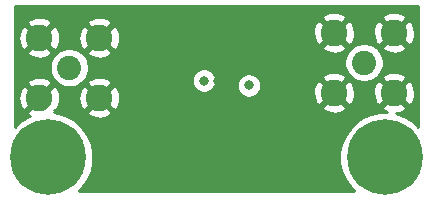
<source format=gbr>
G04 #@! TF.GenerationSoftware,KiCad,Pcbnew,5.1.4+dfsg1-1*
G04 #@! TF.CreationDate,2019-09-19T10:38:50+12:00*
G04 #@! TF.ProjectId,lna,6c6e612e-6b69-4636-9164-5f7063625858,rev?*
G04 #@! TF.SameCoordinates,Original*
G04 #@! TF.FileFunction,Copper,L2,Inr*
G04 #@! TF.FilePolarity,Positive*
%FSLAX46Y46*%
G04 Gerber Fmt 4.6, Leading zero omitted, Abs format (unit mm)*
G04 Created by KiCad (PCBNEW 5.1.4+dfsg1-1) date 2019-09-19 10:38:50*
%MOMM*%
%LPD*%
G04 APERTURE LIST*
%ADD10C,0.800000*%
%ADD11C,6.400000*%
%ADD12C,2.250000*%
%ADD13C,2.050000*%
%ADD14C,0.254000*%
G04 APERTURE END LIST*
D10*
X195697056Y-111802944D03*
X194000000Y-111100000D03*
X192302944Y-111802944D03*
X191600000Y-113500000D03*
X192302944Y-115197056D03*
X194000000Y-115900000D03*
X195697056Y-115197056D03*
X196400000Y-113500000D03*
D11*
X194000000Y-113500000D03*
D10*
X167200000Y-111800000D03*
X165502944Y-111097056D03*
X163805888Y-111800000D03*
X163102944Y-113497056D03*
X163805888Y-115194112D03*
X165502944Y-115897056D03*
X167200000Y-115194112D03*
X167902944Y-113497056D03*
D11*
X165502944Y-113497056D03*
D12*
X194790000Y-102935000D03*
X194790000Y-108015000D03*
X189710000Y-108015000D03*
X189710000Y-102935000D03*
D13*
X192250000Y-105475000D03*
D12*
X169840000Y-103360000D03*
X169840000Y-108440000D03*
X164760000Y-108440000D03*
X164760000Y-103360000D03*
D13*
X167300000Y-105900000D03*
D10*
X178700000Y-107000000D03*
X182500000Y-107400000D03*
X181200000Y-108800000D03*
X179900000Y-107000000D03*
X183900000Y-103800000D03*
X185500000Y-111200000D03*
X182900000Y-103500000D03*
X179900000Y-111600000D03*
X176800000Y-111600000D03*
X176900000Y-103500000D03*
X174300000Y-111600000D03*
X182900000Y-113700000D03*
X176900000Y-113700000D03*
X188025000Y-111200000D03*
X187900000Y-107200000D03*
X187900000Y-103800000D03*
X182900000Y-102400000D03*
X176900000Y-102400000D03*
X174300000Y-110100000D03*
X176900000Y-108800000D03*
X174300000Y-107200000D03*
X179800000Y-108800000D03*
X182700000Y-108800000D03*
X185500000Y-108600000D03*
X182700000Y-111200000D03*
X175700000Y-104500000D03*
X178500000Y-104200000D03*
X181100000Y-104200000D03*
X182300000Y-104200000D03*
X174300000Y-104700000D03*
X176900000Y-107200000D03*
X184200000Y-107200000D03*
X185500000Y-107200000D03*
X185500000Y-103500000D03*
X179499994Y-104699978D03*
X179900000Y-103500000D03*
X174300000Y-103500000D03*
X174300000Y-108600000D03*
X174300000Y-113700000D03*
X179900000Y-113700000D03*
X185500000Y-113700000D03*
X186700000Y-111200000D03*
X182900000Y-115000000D03*
X176900000Y-115000000D03*
X173100000Y-111600000D03*
X185500000Y-110100000D03*
X190275000Y-111200000D03*
X169700000Y-111600000D03*
X171700000Y-104400000D03*
X171700000Y-107200000D03*
X171100000Y-113700000D03*
X169700000Y-113700000D03*
X169700000Y-116000000D03*
X189600000Y-116000000D03*
X171100000Y-111600000D03*
X188000000Y-114025000D03*
X188000000Y-116000000D03*
X171100000Y-116000000D03*
X167400000Y-102500000D03*
X163100000Y-101100000D03*
X171400000Y-101100000D03*
X188200000Y-101100000D03*
X192300000Y-102000000D03*
X196500000Y-101100000D03*
X196500000Y-105500000D03*
X192300000Y-109700000D03*
X167400000Y-109900000D03*
X163100000Y-105900000D03*
X163100000Y-109900000D03*
X196500000Y-109700000D03*
D14*
G36*
X196840001Y-110916492D02*
G01*
X196444670Y-110521161D01*
X195816554Y-110101467D01*
X195118628Y-109812377D01*
X194920583Y-109772983D01*
X195191380Y-109737366D01*
X195519685Y-109625966D01*
X195724079Y-109516714D01*
X195834926Y-109239531D01*
X194790000Y-108194605D01*
X193745074Y-109239531D01*
X193855921Y-109516714D01*
X194156524Y-109665000D01*
X193622285Y-109665000D01*
X192881372Y-109812377D01*
X192183446Y-110101467D01*
X191555330Y-110521161D01*
X191021161Y-111055330D01*
X190601467Y-111683446D01*
X190312377Y-112381372D01*
X190165000Y-113122285D01*
X190165000Y-113877715D01*
X190312377Y-114618628D01*
X190601467Y-115316554D01*
X191021161Y-115944670D01*
X191416491Y-116340000D01*
X168083509Y-116340000D01*
X168481783Y-115941726D01*
X168901477Y-115313610D01*
X169190567Y-114615684D01*
X169337944Y-113874771D01*
X169337944Y-113119341D01*
X169190567Y-112378428D01*
X168901477Y-111680502D01*
X168481783Y-111052386D01*
X167947614Y-110518217D01*
X167319498Y-110098523D01*
X166621572Y-109809433D01*
X166012007Y-109688183D01*
X166035659Y-109664531D01*
X168795074Y-109664531D01*
X168905921Y-109941714D01*
X169216840Y-110095089D01*
X169551705Y-110184860D01*
X169897650Y-110207576D01*
X170241380Y-110162366D01*
X170569685Y-110050966D01*
X170774079Y-109941714D01*
X170884926Y-109664531D01*
X169840000Y-108619605D01*
X168795074Y-109664531D01*
X166035659Y-109664531D01*
X166099899Y-109600291D01*
X165984533Y-109484925D01*
X166261714Y-109374079D01*
X166415089Y-109063160D01*
X166504860Y-108728295D01*
X166520004Y-108497650D01*
X168072424Y-108497650D01*
X168117634Y-108841380D01*
X168229034Y-109169685D01*
X168338286Y-109374079D01*
X168615469Y-109484926D01*
X169660395Y-108440000D01*
X170019605Y-108440000D01*
X171064531Y-109484926D01*
X171341714Y-109374079D01*
X171408085Y-109239531D01*
X188665074Y-109239531D01*
X188775921Y-109516714D01*
X189086840Y-109670089D01*
X189421705Y-109759860D01*
X189767650Y-109782576D01*
X190111380Y-109737366D01*
X190439685Y-109625966D01*
X190644079Y-109516714D01*
X190754926Y-109239531D01*
X189710000Y-108194605D01*
X188665074Y-109239531D01*
X171408085Y-109239531D01*
X171495089Y-109063160D01*
X171584860Y-108728295D01*
X171607576Y-108382350D01*
X171562366Y-108038620D01*
X171450966Y-107710315D01*
X171341714Y-107505921D01*
X171064531Y-107395074D01*
X170019605Y-108440000D01*
X169660395Y-108440000D01*
X168615469Y-107395074D01*
X168338286Y-107505921D01*
X168184911Y-107816840D01*
X168095140Y-108151705D01*
X168072424Y-108497650D01*
X166520004Y-108497650D01*
X166527576Y-108382350D01*
X166482366Y-108038620D01*
X166370966Y-107710315D01*
X166261714Y-107505921D01*
X165984531Y-107395074D01*
X164939605Y-108440000D01*
X164953748Y-108454143D01*
X164774143Y-108633748D01*
X164760000Y-108619605D01*
X163715074Y-109664531D01*
X163825921Y-109941714D01*
X163935026Y-109995535D01*
X163686390Y-110098523D01*
X163058274Y-110518217D01*
X162660000Y-110916491D01*
X162660000Y-108497650D01*
X162992424Y-108497650D01*
X163037634Y-108841380D01*
X163149034Y-109169685D01*
X163258286Y-109374079D01*
X163535469Y-109484926D01*
X164580395Y-108440000D01*
X163535469Y-107395074D01*
X163258286Y-107505921D01*
X163104911Y-107816840D01*
X163015140Y-108151705D01*
X162992424Y-108497650D01*
X162660000Y-108497650D01*
X162660000Y-107215469D01*
X163715074Y-107215469D01*
X164760000Y-108260395D01*
X165804926Y-107215469D01*
X165694079Y-106938286D01*
X165383160Y-106784911D01*
X165048295Y-106695140D01*
X164702350Y-106672424D01*
X164358620Y-106717634D01*
X164030315Y-106829034D01*
X163825921Y-106938286D01*
X163715074Y-107215469D01*
X162660000Y-107215469D01*
X162660000Y-105736504D01*
X165640000Y-105736504D01*
X165640000Y-106063496D01*
X165703793Y-106384204D01*
X165828927Y-106686305D01*
X166010594Y-106958188D01*
X166241812Y-107189406D01*
X166513695Y-107371073D01*
X166815796Y-107496207D01*
X167136504Y-107560000D01*
X167463496Y-107560000D01*
X167784204Y-107496207D01*
X168086305Y-107371073D01*
X168319182Y-107215469D01*
X168795074Y-107215469D01*
X169840000Y-108260395D01*
X170884926Y-107215469D01*
X170774079Y-106938286D01*
X170692536Y-106898061D01*
X177665000Y-106898061D01*
X177665000Y-107101939D01*
X177704774Y-107301898D01*
X177782795Y-107490256D01*
X177896063Y-107659774D01*
X178040226Y-107803937D01*
X178209744Y-107917205D01*
X178398102Y-107995226D01*
X178598061Y-108035000D01*
X178801939Y-108035000D01*
X179001898Y-107995226D01*
X179190256Y-107917205D01*
X179359774Y-107803937D01*
X179503937Y-107659774D01*
X179617205Y-107490256D01*
X179695226Y-107301898D01*
X179695989Y-107298061D01*
X181465000Y-107298061D01*
X181465000Y-107501939D01*
X181504774Y-107701898D01*
X181582795Y-107890256D01*
X181696063Y-108059774D01*
X181840226Y-108203937D01*
X182009744Y-108317205D01*
X182198102Y-108395226D01*
X182398061Y-108435000D01*
X182601939Y-108435000D01*
X182801898Y-108395226D01*
X182990256Y-108317205D01*
X183159774Y-108203937D01*
X183291061Y-108072650D01*
X187942424Y-108072650D01*
X187987634Y-108416380D01*
X188099034Y-108744685D01*
X188208286Y-108949079D01*
X188485469Y-109059926D01*
X189530395Y-108015000D01*
X189889605Y-108015000D01*
X190934531Y-109059926D01*
X191211714Y-108949079D01*
X191365089Y-108638160D01*
X191454860Y-108303295D01*
X191470004Y-108072650D01*
X193022424Y-108072650D01*
X193067634Y-108416380D01*
X193179034Y-108744685D01*
X193288286Y-108949079D01*
X193565469Y-109059926D01*
X194610395Y-108015000D01*
X194969605Y-108015000D01*
X196014531Y-109059926D01*
X196291714Y-108949079D01*
X196445089Y-108638160D01*
X196534860Y-108303295D01*
X196557576Y-107957350D01*
X196512366Y-107613620D01*
X196400966Y-107285315D01*
X196291714Y-107080921D01*
X196014531Y-106970074D01*
X194969605Y-108015000D01*
X194610395Y-108015000D01*
X193565469Y-106970074D01*
X193288286Y-107080921D01*
X193134911Y-107391840D01*
X193045140Y-107726705D01*
X193022424Y-108072650D01*
X191470004Y-108072650D01*
X191477576Y-107957350D01*
X191432366Y-107613620D01*
X191320966Y-107285315D01*
X191211714Y-107080921D01*
X190934531Y-106970074D01*
X189889605Y-108015000D01*
X189530395Y-108015000D01*
X188485469Y-106970074D01*
X188208286Y-107080921D01*
X188054911Y-107391840D01*
X187965140Y-107726705D01*
X187942424Y-108072650D01*
X183291061Y-108072650D01*
X183303937Y-108059774D01*
X183417205Y-107890256D01*
X183495226Y-107701898D01*
X183535000Y-107501939D01*
X183535000Y-107298061D01*
X183495226Y-107098102D01*
X183417205Y-106909744D01*
X183337509Y-106790469D01*
X188665074Y-106790469D01*
X189710000Y-107835395D01*
X190754926Y-106790469D01*
X190644079Y-106513286D01*
X190333160Y-106359911D01*
X189998295Y-106270140D01*
X189652350Y-106247424D01*
X189308620Y-106292634D01*
X188980315Y-106404034D01*
X188775921Y-106513286D01*
X188665074Y-106790469D01*
X183337509Y-106790469D01*
X183303937Y-106740226D01*
X183159774Y-106596063D01*
X182990256Y-106482795D01*
X182801898Y-106404774D01*
X182601939Y-106365000D01*
X182398061Y-106365000D01*
X182198102Y-106404774D01*
X182009744Y-106482795D01*
X181840226Y-106596063D01*
X181696063Y-106740226D01*
X181582795Y-106909744D01*
X181504774Y-107098102D01*
X181465000Y-107298061D01*
X179695989Y-107298061D01*
X179735000Y-107101939D01*
X179735000Y-106898061D01*
X179695226Y-106698102D01*
X179617205Y-106509744D01*
X179503937Y-106340226D01*
X179359774Y-106196063D01*
X179190256Y-106082795D01*
X179001898Y-106004774D01*
X178801939Y-105965000D01*
X178598061Y-105965000D01*
X178398102Y-106004774D01*
X178209744Y-106082795D01*
X178040226Y-106196063D01*
X177896063Y-106340226D01*
X177782795Y-106509744D01*
X177704774Y-106698102D01*
X177665000Y-106898061D01*
X170692536Y-106898061D01*
X170463160Y-106784911D01*
X170128295Y-106695140D01*
X169782350Y-106672424D01*
X169438620Y-106717634D01*
X169110315Y-106829034D01*
X168905921Y-106938286D01*
X168795074Y-107215469D01*
X168319182Y-107215469D01*
X168358188Y-107189406D01*
X168589406Y-106958188D01*
X168771073Y-106686305D01*
X168896207Y-106384204D01*
X168960000Y-106063496D01*
X168960000Y-105736504D01*
X168896207Y-105415796D01*
X168853008Y-105311504D01*
X190590000Y-105311504D01*
X190590000Y-105638496D01*
X190653793Y-105959204D01*
X190778927Y-106261305D01*
X190960594Y-106533188D01*
X191191812Y-106764406D01*
X191463695Y-106946073D01*
X191765796Y-107071207D01*
X192086504Y-107135000D01*
X192413496Y-107135000D01*
X192734204Y-107071207D01*
X193036305Y-106946073D01*
X193269182Y-106790469D01*
X193745074Y-106790469D01*
X194790000Y-107835395D01*
X195834926Y-106790469D01*
X195724079Y-106513286D01*
X195413160Y-106359911D01*
X195078295Y-106270140D01*
X194732350Y-106247424D01*
X194388620Y-106292634D01*
X194060315Y-106404034D01*
X193855921Y-106513286D01*
X193745074Y-106790469D01*
X193269182Y-106790469D01*
X193308188Y-106764406D01*
X193539406Y-106533188D01*
X193721073Y-106261305D01*
X193846207Y-105959204D01*
X193910000Y-105638496D01*
X193910000Y-105311504D01*
X193846207Y-104990796D01*
X193721073Y-104688695D01*
X193539406Y-104416812D01*
X193308188Y-104185594D01*
X193269183Y-104159531D01*
X193745074Y-104159531D01*
X193855921Y-104436714D01*
X194166840Y-104590089D01*
X194501705Y-104679860D01*
X194847650Y-104702576D01*
X195191380Y-104657366D01*
X195519685Y-104545966D01*
X195724079Y-104436714D01*
X195834926Y-104159531D01*
X194790000Y-103114605D01*
X193745074Y-104159531D01*
X193269183Y-104159531D01*
X193036305Y-104003927D01*
X192734204Y-103878793D01*
X192413496Y-103815000D01*
X192086504Y-103815000D01*
X191765796Y-103878793D01*
X191463695Y-104003927D01*
X191191812Y-104185594D01*
X190960594Y-104416812D01*
X190778927Y-104688695D01*
X190653793Y-104990796D01*
X190590000Y-105311504D01*
X168853008Y-105311504D01*
X168771073Y-105113695D01*
X168589406Y-104841812D01*
X168358188Y-104610594D01*
X168319183Y-104584531D01*
X168795074Y-104584531D01*
X168905921Y-104861714D01*
X169216840Y-105015089D01*
X169551705Y-105104860D01*
X169897650Y-105127576D01*
X170241380Y-105082366D01*
X170569685Y-104970966D01*
X170774079Y-104861714D01*
X170884926Y-104584531D01*
X169840000Y-103539605D01*
X168795074Y-104584531D01*
X168319183Y-104584531D01*
X168086305Y-104428927D01*
X167784204Y-104303793D01*
X167463496Y-104240000D01*
X167136504Y-104240000D01*
X166815796Y-104303793D01*
X166513695Y-104428927D01*
X166241812Y-104610594D01*
X166010594Y-104841812D01*
X165828927Y-105113695D01*
X165703793Y-105415796D01*
X165640000Y-105736504D01*
X162660000Y-105736504D01*
X162660000Y-104584531D01*
X163715074Y-104584531D01*
X163825921Y-104861714D01*
X164136840Y-105015089D01*
X164471705Y-105104860D01*
X164817650Y-105127576D01*
X165161380Y-105082366D01*
X165489685Y-104970966D01*
X165694079Y-104861714D01*
X165804926Y-104584531D01*
X164760000Y-103539605D01*
X163715074Y-104584531D01*
X162660000Y-104584531D01*
X162660000Y-103417650D01*
X162992424Y-103417650D01*
X163037634Y-103761380D01*
X163149034Y-104089685D01*
X163258286Y-104294079D01*
X163535469Y-104404926D01*
X164580395Y-103360000D01*
X164939605Y-103360000D01*
X165984531Y-104404926D01*
X166261714Y-104294079D01*
X166415089Y-103983160D01*
X166504860Y-103648295D01*
X166520004Y-103417650D01*
X168072424Y-103417650D01*
X168117634Y-103761380D01*
X168229034Y-104089685D01*
X168338286Y-104294079D01*
X168615469Y-104404926D01*
X169660395Y-103360000D01*
X170019605Y-103360000D01*
X171064531Y-104404926D01*
X171341714Y-104294079D01*
X171408085Y-104159531D01*
X188665074Y-104159531D01*
X188775921Y-104436714D01*
X189086840Y-104590089D01*
X189421705Y-104679860D01*
X189767650Y-104702576D01*
X190111380Y-104657366D01*
X190439685Y-104545966D01*
X190644079Y-104436714D01*
X190754926Y-104159531D01*
X189710000Y-103114605D01*
X188665074Y-104159531D01*
X171408085Y-104159531D01*
X171495089Y-103983160D01*
X171584860Y-103648295D01*
X171607576Y-103302350D01*
X171566842Y-102992650D01*
X187942424Y-102992650D01*
X187987634Y-103336380D01*
X188099034Y-103664685D01*
X188208286Y-103869079D01*
X188485469Y-103979926D01*
X189530395Y-102935000D01*
X189889605Y-102935000D01*
X190934531Y-103979926D01*
X191211714Y-103869079D01*
X191365089Y-103558160D01*
X191454860Y-103223295D01*
X191470004Y-102992650D01*
X193022424Y-102992650D01*
X193067634Y-103336380D01*
X193179034Y-103664685D01*
X193288286Y-103869079D01*
X193565469Y-103979926D01*
X194610395Y-102935000D01*
X194969605Y-102935000D01*
X196014531Y-103979926D01*
X196291714Y-103869079D01*
X196445089Y-103558160D01*
X196534860Y-103223295D01*
X196557576Y-102877350D01*
X196512366Y-102533620D01*
X196400966Y-102205315D01*
X196291714Y-102000921D01*
X196014531Y-101890074D01*
X194969605Y-102935000D01*
X194610395Y-102935000D01*
X193565469Y-101890074D01*
X193288286Y-102000921D01*
X193134911Y-102311840D01*
X193045140Y-102646705D01*
X193022424Y-102992650D01*
X191470004Y-102992650D01*
X191477576Y-102877350D01*
X191432366Y-102533620D01*
X191320966Y-102205315D01*
X191211714Y-102000921D01*
X190934531Y-101890074D01*
X189889605Y-102935000D01*
X189530395Y-102935000D01*
X188485469Y-101890074D01*
X188208286Y-102000921D01*
X188054911Y-102311840D01*
X187965140Y-102646705D01*
X187942424Y-102992650D01*
X171566842Y-102992650D01*
X171562366Y-102958620D01*
X171450966Y-102630315D01*
X171341714Y-102425921D01*
X171064531Y-102315074D01*
X170019605Y-103360000D01*
X169660395Y-103360000D01*
X168615469Y-102315074D01*
X168338286Y-102425921D01*
X168184911Y-102736840D01*
X168095140Y-103071705D01*
X168072424Y-103417650D01*
X166520004Y-103417650D01*
X166527576Y-103302350D01*
X166482366Y-102958620D01*
X166370966Y-102630315D01*
X166261714Y-102425921D01*
X165984531Y-102315074D01*
X164939605Y-103360000D01*
X164580395Y-103360000D01*
X163535469Y-102315074D01*
X163258286Y-102425921D01*
X163104911Y-102736840D01*
X163015140Y-103071705D01*
X162992424Y-103417650D01*
X162660000Y-103417650D01*
X162660000Y-102135469D01*
X163715074Y-102135469D01*
X164760000Y-103180395D01*
X165804926Y-102135469D01*
X168795074Y-102135469D01*
X169840000Y-103180395D01*
X170884926Y-102135469D01*
X170774079Y-101858286D01*
X170474428Y-101710469D01*
X188665074Y-101710469D01*
X189710000Y-102755395D01*
X190754926Y-101710469D01*
X193745074Y-101710469D01*
X194790000Y-102755395D01*
X195834926Y-101710469D01*
X195724079Y-101433286D01*
X195413160Y-101279911D01*
X195078295Y-101190140D01*
X194732350Y-101167424D01*
X194388620Y-101212634D01*
X194060315Y-101324034D01*
X193855921Y-101433286D01*
X193745074Y-101710469D01*
X190754926Y-101710469D01*
X190644079Y-101433286D01*
X190333160Y-101279911D01*
X189998295Y-101190140D01*
X189652350Y-101167424D01*
X189308620Y-101212634D01*
X188980315Y-101324034D01*
X188775921Y-101433286D01*
X188665074Y-101710469D01*
X170474428Y-101710469D01*
X170463160Y-101704911D01*
X170128295Y-101615140D01*
X169782350Y-101592424D01*
X169438620Y-101637634D01*
X169110315Y-101749034D01*
X168905921Y-101858286D01*
X168795074Y-102135469D01*
X165804926Y-102135469D01*
X165694079Y-101858286D01*
X165383160Y-101704911D01*
X165048295Y-101615140D01*
X164702350Y-101592424D01*
X164358620Y-101637634D01*
X164030315Y-101749034D01*
X163825921Y-101858286D01*
X163715074Y-102135469D01*
X162660000Y-102135469D01*
X162660000Y-100660000D01*
X196840000Y-100660000D01*
X196840001Y-110916492D01*
X196840001Y-110916492D01*
G37*
X196840001Y-110916492D02*
X196444670Y-110521161D01*
X195816554Y-110101467D01*
X195118628Y-109812377D01*
X194920583Y-109772983D01*
X195191380Y-109737366D01*
X195519685Y-109625966D01*
X195724079Y-109516714D01*
X195834926Y-109239531D01*
X194790000Y-108194605D01*
X193745074Y-109239531D01*
X193855921Y-109516714D01*
X194156524Y-109665000D01*
X193622285Y-109665000D01*
X192881372Y-109812377D01*
X192183446Y-110101467D01*
X191555330Y-110521161D01*
X191021161Y-111055330D01*
X190601467Y-111683446D01*
X190312377Y-112381372D01*
X190165000Y-113122285D01*
X190165000Y-113877715D01*
X190312377Y-114618628D01*
X190601467Y-115316554D01*
X191021161Y-115944670D01*
X191416491Y-116340000D01*
X168083509Y-116340000D01*
X168481783Y-115941726D01*
X168901477Y-115313610D01*
X169190567Y-114615684D01*
X169337944Y-113874771D01*
X169337944Y-113119341D01*
X169190567Y-112378428D01*
X168901477Y-111680502D01*
X168481783Y-111052386D01*
X167947614Y-110518217D01*
X167319498Y-110098523D01*
X166621572Y-109809433D01*
X166012007Y-109688183D01*
X166035659Y-109664531D01*
X168795074Y-109664531D01*
X168905921Y-109941714D01*
X169216840Y-110095089D01*
X169551705Y-110184860D01*
X169897650Y-110207576D01*
X170241380Y-110162366D01*
X170569685Y-110050966D01*
X170774079Y-109941714D01*
X170884926Y-109664531D01*
X169840000Y-108619605D01*
X168795074Y-109664531D01*
X166035659Y-109664531D01*
X166099899Y-109600291D01*
X165984533Y-109484925D01*
X166261714Y-109374079D01*
X166415089Y-109063160D01*
X166504860Y-108728295D01*
X166520004Y-108497650D01*
X168072424Y-108497650D01*
X168117634Y-108841380D01*
X168229034Y-109169685D01*
X168338286Y-109374079D01*
X168615469Y-109484926D01*
X169660395Y-108440000D01*
X170019605Y-108440000D01*
X171064531Y-109484926D01*
X171341714Y-109374079D01*
X171408085Y-109239531D01*
X188665074Y-109239531D01*
X188775921Y-109516714D01*
X189086840Y-109670089D01*
X189421705Y-109759860D01*
X189767650Y-109782576D01*
X190111380Y-109737366D01*
X190439685Y-109625966D01*
X190644079Y-109516714D01*
X190754926Y-109239531D01*
X189710000Y-108194605D01*
X188665074Y-109239531D01*
X171408085Y-109239531D01*
X171495089Y-109063160D01*
X171584860Y-108728295D01*
X171607576Y-108382350D01*
X171562366Y-108038620D01*
X171450966Y-107710315D01*
X171341714Y-107505921D01*
X171064531Y-107395074D01*
X170019605Y-108440000D01*
X169660395Y-108440000D01*
X168615469Y-107395074D01*
X168338286Y-107505921D01*
X168184911Y-107816840D01*
X168095140Y-108151705D01*
X168072424Y-108497650D01*
X166520004Y-108497650D01*
X166527576Y-108382350D01*
X166482366Y-108038620D01*
X166370966Y-107710315D01*
X166261714Y-107505921D01*
X165984531Y-107395074D01*
X164939605Y-108440000D01*
X164953748Y-108454143D01*
X164774143Y-108633748D01*
X164760000Y-108619605D01*
X163715074Y-109664531D01*
X163825921Y-109941714D01*
X163935026Y-109995535D01*
X163686390Y-110098523D01*
X163058274Y-110518217D01*
X162660000Y-110916491D01*
X162660000Y-108497650D01*
X162992424Y-108497650D01*
X163037634Y-108841380D01*
X163149034Y-109169685D01*
X163258286Y-109374079D01*
X163535469Y-109484926D01*
X164580395Y-108440000D01*
X163535469Y-107395074D01*
X163258286Y-107505921D01*
X163104911Y-107816840D01*
X163015140Y-108151705D01*
X162992424Y-108497650D01*
X162660000Y-108497650D01*
X162660000Y-107215469D01*
X163715074Y-107215469D01*
X164760000Y-108260395D01*
X165804926Y-107215469D01*
X165694079Y-106938286D01*
X165383160Y-106784911D01*
X165048295Y-106695140D01*
X164702350Y-106672424D01*
X164358620Y-106717634D01*
X164030315Y-106829034D01*
X163825921Y-106938286D01*
X163715074Y-107215469D01*
X162660000Y-107215469D01*
X162660000Y-105736504D01*
X165640000Y-105736504D01*
X165640000Y-106063496D01*
X165703793Y-106384204D01*
X165828927Y-106686305D01*
X166010594Y-106958188D01*
X166241812Y-107189406D01*
X166513695Y-107371073D01*
X166815796Y-107496207D01*
X167136504Y-107560000D01*
X167463496Y-107560000D01*
X167784204Y-107496207D01*
X168086305Y-107371073D01*
X168319182Y-107215469D01*
X168795074Y-107215469D01*
X169840000Y-108260395D01*
X170884926Y-107215469D01*
X170774079Y-106938286D01*
X170692536Y-106898061D01*
X177665000Y-106898061D01*
X177665000Y-107101939D01*
X177704774Y-107301898D01*
X177782795Y-107490256D01*
X177896063Y-107659774D01*
X178040226Y-107803937D01*
X178209744Y-107917205D01*
X178398102Y-107995226D01*
X178598061Y-108035000D01*
X178801939Y-108035000D01*
X179001898Y-107995226D01*
X179190256Y-107917205D01*
X179359774Y-107803937D01*
X179503937Y-107659774D01*
X179617205Y-107490256D01*
X179695226Y-107301898D01*
X179695989Y-107298061D01*
X181465000Y-107298061D01*
X181465000Y-107501939D01*
X181504774Y-107701898D01*
X181582795Y-107890256D01*
X181696063Y-108059774D01*
X181840226Y-108203937D01*
X182009744Y-108317205D01*
X182198102Y-108395226D01*
X182398061Y-108435000D01*
X182601939Y-108435000D01*
X182801898Y-108395226D01*
X182990256Y-108317205D01*
X183159774Y-108203937D01*
X183291061Y-108072650D01*
X187942424Y-108072650D01*
X187987634Y-108416380D01*
X188099034Y-108744685D01*
X188208286Y-108949079D01*
X188485469Y-109059926D01*
X189530395Y-108015000D01*
X189889605Y-108015000D01*
X190934531Y-109059926D01*
X191211714Y-108949079D01*
X191365089Y-108638160D01*
X191454860Y-108303295D01*
X191470004Y-108072650D01*
X193022424Y-108072650D01*
X193067634Y-108416380D01*
X193179034Y-108744685D01*
X193288286Y-108949079D01*
X193565469Y-109059926D01*
X194610395Y-108015000D01*
X194969605Y-108015000D01*
X196014531Y-109059926D01*
X196291714Y-108949079D01*
X196445089Y-108638160D01*
X196534860Y-108303295D01*
X196557576Y-107957350D01*
X196512366Y-107613620D01*
X196400966Y-107285315D01*
X196291714Y-107080921D01*
X196014531Y-106970074D01*
X194969605Y-108015000D01*
X194610395Y-108015000D01*
X193565469Y-106970074D01*
X193288286Y-107080921D01*
X193134911Y-107391840D01*
X193045140Y-107726705D01*
X193022424Y-108072650D01*
X191470004Y-108072650D01*
X191477576Y-107957350D01*
X191432366Y-107613620D01*
X191320966Y-107285315D01*
X191211714Y-107080921D01*
X190934531Y-106970074D01*
X189889605Y-108015000D01*
X189530395Y-108015000D01*
X188485469Y-106970074D01*
X188208286Y-107080921D01*
X188054911Y-107391840D01*
X187965140Y-107726705D01*
X187942424Y-108072650D01*
X183291061Y-108072650D01*
X183303937Y-108059774D01*
X183417205Y-107890256D01*
X183495226Y-107701898D01*
X183535000Y-107501939D01*
X183535000Y-107298061D01*
X183495226Y-107098102D01*
X183417205Y-106909744D01*
X183337509Y-106790469D01*
X188665074Y-106790469D01*
X189710000Y-107835395D01*
X190754926Y-106790469D01*
X190644079Y-106513286D01*
X190333160Y-106359911D01*
X189998295Y-106270140D01*
X189652350Y-106247424D01*
X189308620Y-106292634D01*
X188980315Y-106404034D01*
X188775921Y-106513286D01*
X188665074Y-106790469D01*
X183337509Y-106790469D01*
X183303937Y-106740226D01*
X183159774Y-106596063D01*
X182990256Y-106482795D01*
X182801898Y-106404774D01*
X182601939Y-106365000D01*
X182398061Y-106365000D01*
X182198102Y-106404774D01*
X182009744Y-106482795D01*
X181840226Y-106596063D01*
X181696063Y-106740226D01*
X181582795Y-106909744D01*
X181504774Y-107098102D01*
X181465000Y-107298061D01*
X179695989Y-107298061D01*
X179735000Y-107101939D01*
X179735000Y-106898061D01*
X179695226Y-106698102D01*
X179617205Y-106509744D01*
X179503937Y-106340226D01*
X179359774Y-106196063D01*
X179190256Y-106082795D01*
X179001898Y-106004774D01*
X178801939Y-105965000D01*
X178598061Y-105965000D01*
X178398102Y-106004774D01*
X178209744Y-106082795D01*
X178040226Y-106196063D01*
X177896063Y-106340226D01*
X177782795Y-106509744D01*
X177704774Y-106698102D01*
X177665000Y-106898061D01*
X170692536Y-106898061D01*
X170463160Y-106784911D01*
X170128295Y-106695140D01*
X169782350Y-106672424D01*
X169438620Y-106717634D01*
X169110315Y-106829034D01*
X168905921Y-106938286D01*
X168795074Y-107215469D01*
X168319182Y-107215469D01*
X168358188Y-107189406D01*
X168589406Y-106958188D01*
X168771073Y-106686305D01*
X168896207Y-106384204D01*
X168960000Y-106063496D01*
X168960000Y-105736504D01*
X168896207Y-105415796D01*
X168853008Y-105311504D01*
X190590000Y-105311504D01*
X190590000Y-105638496D01*
X190653793Y-105959204D01*
X190778927Y-106261305D01*
X190960594Y-106533188D01*
X191191812Y-106764406D01*
X191463695Y-106946073D01*
X191765796Y-107071207D01*
X192086504Y-107135000D01*
X192413496Y-107135000D01*
X192734204Y-107071207D01*
X193036305Y-106946073D01*
X193269182Y-106790469D01*
X193745074Y-106790469D01*
X194790000Y-107835395D01*
X195834926Y-106790469D01*
X195724079Y-106513286D01*
X195413160Y-106359911D01*
X195078295Y-106270140D01*
X194732350Y-106247424D01*
X194388620Y-106292634D01*
X194060315Y-106404034D01*
X193855921Y-106513286D01*
X193745074Y-106790469D01*
X193269182Y-106790469D01*
X193308188Y-106764406D01*
X193539406Y-106533188D01*
X193721073Y-106261305D01*
X193846207Y-105959204D01*
X193910000Y-105638496D01*
X193910000Y-105311504D01*
X193846207Y-104990796D01*
X193721073Y-104688695D01*
X193539406Y-104416812D01*
X193308188Y-104185594D01*
X193269183Y-104159531D01*
X193745074Y-104159531D01*
X193855921Y-104436714D01*
X194166840Y-104590089D01*
X194501705Y-104679860D01*
X194847650Y-104702576D01*
X195191380Y-104657366D01*
X195519685Y-104545966D01*
X195724079Y-104436714D01*
X195834926Y-104159531D01*
X194790000Y-103114605D01*
X193745074Y-104159531D01*
X193269183Y-104159531D01*
X193036305Y-104003927D01*
X192734204Y-103878793D01*
X192413496Y-103815000D01*
X192086504Y-103815000D01*
X191765796Y-103878793D01*
X191463695Y-104003927D01*
X191191812Y-104185594D01*
X190960594Y-104416812D01*
X190778927Y-104688695D01*
X190653793Y-104990796D01*
X190590000Y-105311504D01*
X168853008Y-105311504D01*
X168771073Y-105113695D01*
X168589406Y-104841812D01*
X168358188Y-104610594D01*
X168319183Y-104584531D01*
X168795074Y-104584531D01*
X168905921Y-104861714D01*
X169216840Y-105015089D01*
X169551705Y-105104860D01*
X169897650Y-105127576D01*
X170241380Y-105082366D01*
X170569685Y-104970966D01*
X170774079Y-104861714D01*
X170884926Y-104584531D01*
X169840000Y-103539605D01*
X168795074Y-104584531D01*
X168319183Y-104584531D01*
X168086305Y-104428927D01*
X167784204Y-104303793D01*
X167463496Y-104240000D01*
X167136504Y-104240000D01*
X166815796Y-104303793D01*
X166513695Y-104428927D01*
X166241812Y-104610594D01*
X166010594Y-104841812D01*
X165828927Y-105113695D01*
X165703793Y-105415796D01*
X165640000Y-105736504D01*
X162660000Y-105736504D01*
X162660000Y-104584531D01*
X163715074Y-104584531D01*
X163825921Y-104861714D01*
X164136840Y-105015089D01*
X164471705Y-105104860D01*
X164817650Y-105127576D01*
X165161380Y-105082366D01*
X165489685Y-104970966D01*
X165694079Y-104861714D01*
X165804926Y-104584531D01*
X164760000Y-103539605D01*
X163715074Y-104584531D01*
X162660000Y-104584531D01*
X162660000Y-103417650D01*
X162992424Y-103417650D01*
X163037634Y-103761380D01*
X163149034Y-104089685D01*
X163258286Y-104294079D01*
X163535469Y-104404926D01*
X164580395Y-103360000D01*
X164939605Y-103360000D01*
X165984531Y-104404926D01*
X166261714Y-104294079D01*
X166415089Y-103983160D01*
X166504860Y-103648295D01*
X166520004Y-103417650D01*
X168072424Y-103417650D01*
X168117634Y-103761380D01*
X168229034Y-104089685D01*
X168338286Y-104294079D01*
X168615469Y-104404926D01*
X169660395Y-103360000D01*
X170019605Y-103360000D01*
X171064531Y-104404926D01*
X171341714Y-104294079D01*
X171408085Y-104159531D01*
X188665074Y-104159531D01*
X188775921Y-104436714D01*
X189086840Y-104590089D01*
X189421705Y-104679860D01*
X189767650Y-104702576D01*
X190111380Y-104657366D01*
X190439685Y-104545966D01*
X190644079Y-104436714D01*
X190754926Y-104159531D01*
X189710000Y-103114605D01*
X188665074Y-104159531D01*
X171408085Y-104159531D01*
X171495089Y-103983160D01*
X171584860Y-103648295D01*
X171607576Y-103302350D01*
X171566842Y-102992650D01*
X187942424Y-102992650D01*
X187987634Y-103336380D01*
X188099034Y-103664685D01*
X188208286Y-103869079D01*
X188485469Y-103979926D01*
X189530395Y-102935000D01*
X189889605Y-102935000D01*
X190934531Y-103979926D01*
X191211714Y-103869079D01*
X191365089Y-103558160D01*
X191454860Y-103223295D01*
X191470004Y-102992650D01*
X193022424Y-102992650D01*
X193067634Y-103336380D01*
X193179034Y-103664685D01*
X193288286Y-103869079D01*
X193565469Y-103979926D01*
X194610395Y-102935000D01*
X194969605Y-102935000D01*
X196014531Y-103979926D01*
X196291714Y-103869079D01*
X196445089Y-103558160D01*
X196534860Y-103223295D01*
X196557576Y-102877350D01*
X196512366Y-102533620D01*
X196400966Y-102205315D01*
X196291714Y-102000921D01*
X196014531Y-101890074D01*
X194969605Y-102935000D01*
X194610395Y-102935000D01*
X193565469Y-101890074D01*
X193288286Y-102000921D01*
X193134911Y-102311840D01*
X193045140Y-102646705D01*
X193022424Y-102992650D01*
X191470004Y-102992650D01*
X191477576Y-102877350D01*
X191432366Y-102533620D01*
X191320966Y-102205315D01*
X191211714Y-102000921D01*
X190934531Y-101890074D01*
X189889605Y-102935000D01*
X189530395Y-102935000D01*
X188485469Y-101890074D01*
X188208286Y-102000921D01*
X188054911Y-102311840D01*
X187965140Y-102646705D01*
X187942424Y-102992650D01*
X171566842Y-102992650D01*
X171562366Y-102958620D01*
X171450966Y-102630315D01*
X171341714Y-102425921D01*
X171064531Y-102315074D01*
X170019605Y-103360000D01*
X169660395Y-103360000D01*
X168615469Y-102315074D01*
X168338286Y-102425921D01*
X168184911Y-102736840D01*
X168095140Y-103071705D01*
X168072424Y-103417650D01*
X166520004Y-103417650D01*
X166527576Y-103302350D01*
X166482366Y-102958620D01*
X166370966Y-102630315D01*
X166261714Y-102425921D01*
X165984531Y-102315074D01*
X164939605Y-103360000D01*
X164580395Y-103360000D01*
X163535469Y-102315074D01*
X163258286Y-102425921D01*
X163104911Y-102736840D01*
X163015140Y-103071705D01*
X162992424Y-103417650D01*
X162660000Y-103417650D01*
X162660000Y-102135469D01*
X163715074Y-102135469D01*
X164760000Y-103180395D01*
X165804926Y-102135469D01*
X168795074Y-102135469D01*
X169840000Y-103180395D01*
X170884926Y-102135469D01*
X170774079Y-101858286D01*
X170474428Y-101710469D01*
X188665074Y-101710469D01*
X189710000Y-102755395D01*
X190754926Y-101710469D01*
X193745074Y-101710469D01*
X194790000Y-102755395D01*
X195834926Y-101710469D01*
X195724079Y-101433286D01*
X195413160Y-101279911D01*
X195078295Y-101190140D01*
X194732350Y-101167424D01*
X194388620Y-101212634D01*
X194060315Y-101324034D01*
X193855921Y-101433286D01*
X193745074Y-101710469D01*
X190754926Y-101710469D01*
X190644079Y-101433286D01*
X190333160Y-101279911D01*
X189998295Y-101190140D01*
X189652350Y-101167424D01*
X189308620Y-101212634D01*
X188980315Y-101324034D01*
X188775921Y-101433286D01*
X188665074Y-101710469D01*
X170474428Y-101710469D01*
X170463160Y-101704911D01*
X170128295Y-101615140D01*
X169782350Y-101592424D01*
X169438620Y-101637634D01*
X169110315Y-101749034D01*
X168905921Y-101858286D01*
X168795074Y-102135469D01*
X165804926Y-102135469D01*
X165694079Y-101858286D01*
X165383160Y-101704911D01*
X165048295Y-101615140D01*
X164702350Y-101592424D01*
X164358620Y-101637634D01*
X164030315Y-101749034D01*
X163825921Y-101858286D01*
X163715074Y-102135469D01*
X162660000Y-102135469D01*
X162660000Y-100660000D01*
X196840000Y-100660000D01*
X196840001Y-110916492D01*
M02*

</source>
